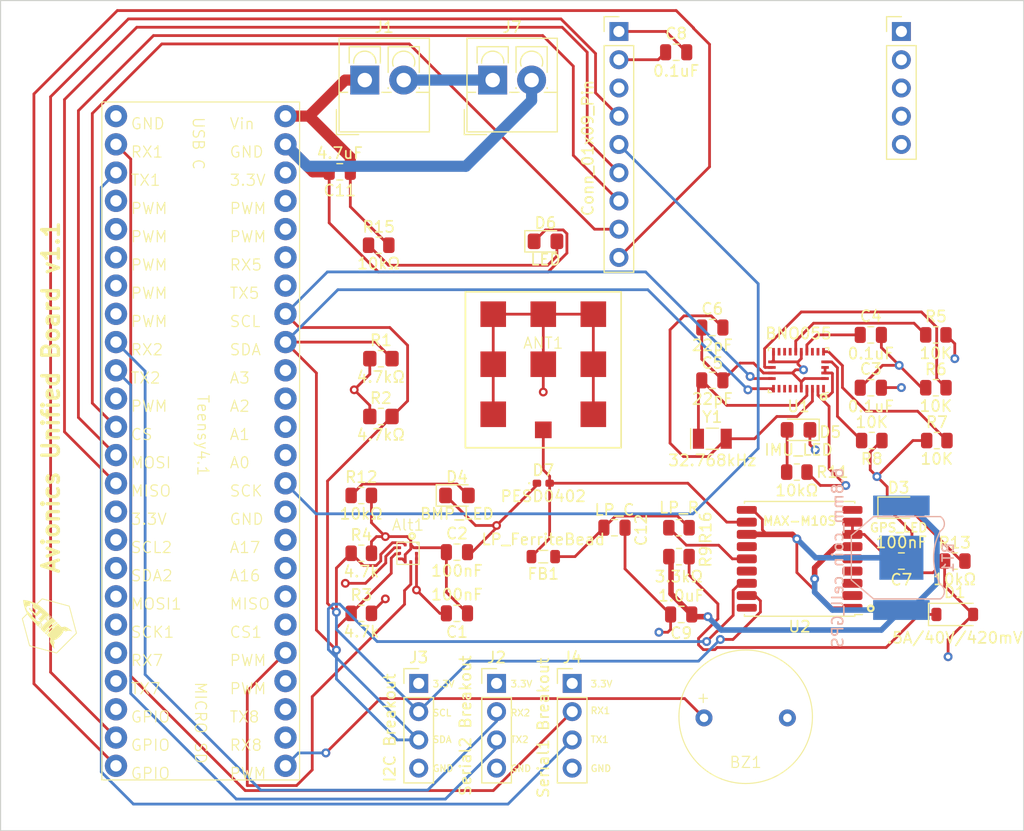
<source format=kicad_pcb>
(kicad_pcb (version 20221018) (generator pcbnew)
  (layers (0 "F.Cu" signal) (1 "In1.Cu" power "Voltage") (2 "In2.Cu" power "Ground") (31 "B.Cu" signal) (34 "B.Paste" user) (35 "F.Paste" user) (36 "B.SilkS" user "B.Silkscreen") (37 "F.SilkS" user "F.Silkscreen") (38 "B.Mask" user) (39 "F.Mask" user) (44 "Edge.Cuts" user))
  (net 0 "")
  (net 1 "/3.3V")
  (net 2 "/SCL")
  (net 3 "Net-(ANT1-RF_IN)")
  (net 4 "GND")
  (net 5 "/BACKUP")
  (net 6 "Net-(BZ1--)")
  (net 7 "Net-(U1-CAP)")
  (net 8 "Net-(U1-XOUT32)")
  (net 9 "Net-(U1-XIN32)")
  (net 10 "Net-(J1-Pin_2)")
  (net 11 "Net-(D1-K)")
  (net 12 "Net-(D3-A)")
  (net 13 "Net-(D4-A)")
  (net 14 "Net-(D5-A)")
  (net 15 "Net-(D6-K)")
  (net 16 "Net-(D6-A)")
  (net 17 "Net-(J1-Pin_1)")
  (net 18 "/Breakout_RX2")
  (net 19 "/Breakout_TX2")
  (net 20 "/SDA")
  (net 21 "/Breakout_RX1")
  (net 22 "/Breakout_TX1")
  (net 23 "Net-(U1-~{RESET})")
  (net 24 "Net-(U1-COM3)")
  (net 25 "Net-(U1-PS0)")
  (net 26 "Net-(U1-PS1)")
  (net 44 "/Radio_INT")
  (net 45 "/Radio_RST")
  (net 49 "/BMP_INT")
  (net 80 "Net-(C12-Pad1)")
  (net 83 "Net-(U2-VCC_RF)")
  (net 86 "/Radio_SCK")
  (net 87 "/Radio_MISO")
  (net 88 "/Radio_MOSI")
  (net 89 "/Radio_CS")
  (footprint "Connector_PinHeader_2.54mm:PinHeader_1x04_P2.54mm_Vertical" (layer "F.Cu") (at 107.6 96)
    (fp_text reference "J3")
    (fp_text value "I2C Breakout")
  )
  (footprint "Resistor_SMD:R_0805_2012Metric" (layer "F.Cu") (at 104 56.6)
    (fp_text reference "R15")
    (fp_text value "10kΩ")
  )
  (footprint "Capacitor_SMD:C_0805_2012Metric" (layer "F.Cu") (at 151 85 180)
    (fp_text reference "C7")
    (fp_text value "100nF")
  )
  (footprint "PatchAntenna:SGGP.12.A" (layer "F.Cu") (at 119.308 65.724)
    (fp_text reference "ANT1")
    (fp_text value "~")
  )
  (footprint "Capacitor_SMD:C_0805_2012Metric" (layer "F.Cu") (at 125.2 82)
    (fp_text reference "C12")
    (fp_text value "LP_C")
  )
  (footprint "LED_SMD:LED_0805_2012Metric_Pad1.15x1.40mm_HandSolder" (layer "F.Cu") (at 141.75 73.2 180)
    (fp_text reference "D5")
    (fp_text value "IMU_LED")
  )
  (footprint "Capacitor_SMD:C_0805_2012Metric" (layer "F.Cu") (at 100.5 50 180)
    (fp_text reference "C11")
    (fp_text value "4.7uF")
  )
  (footprint "TerminalBlock_4Ucon:TerminalBlock_4Ucon_1x02_P3.50mm_Vertical" (layer "F.Cu") (at 102.75 41.75)
    (fp_text reference "J1")
    (fp_text value "Screw_Terminal_01x02" hide)
  )
  (footprint "Resistor_SMD:R_0805_2012Metric" (layer "F.Cu") (at 102.4375 84.3)
    (fp_text reference "R4")
    (fp_text value "4.7k")
  )
  (footprint "Resistor_SMD:R_0805_2012Metric" (layer "F.Cu") (at 131 82)
    (fp_text reference "R16")
    (fp_text value "LP_R")
  )
  (footprint "Avionics:BMP390" (layer "F.Cu") (at 106.6375 84.3)
    (fp_text reference "Alt1")
    (fp_text value "~")
  )
  (footprint "Capacitor_SMD:C_0805_2012Metric" (layer "F.Cu") (at 134 68.75)
    (fp_text reference "C5")
    (fp_text value "22pF")
  )
  (footprint "Resistor_SMD:R_0805_2012Metric" (layer "F.Cu") (at 102.4375 89.7)
    (fp_text reference "R3")
    (fp_text value "4.7k")
  )
  (footprint "MountingHole:MountingHole_2.7mm_M2.5" (layer "F.Cu") (at 158 38.75)
    (fp_text reference "H1" hide)
    (fp_text value "MountingHole" hide)
  )
  (footprint "LED_SMD:LED_0805_2012Metric_Pad1.15x1.40mm_HandSolder" (layer "F.Cu") (at 111.0375 79.1)
    (fp_text reference "D4")
    (fp_text value "BMP_LED")
  )
  (footprint "TerminalBlock_4Ucon:TerminalBlock_4Ucon_1x02_P3.50mm_Vertical" (layer "F.Cu") (at 114.25 41.75)
    (fp_text reference "J7")
    (fp_text value "Screw_Terminal_01x02" hide)
  )
  (footprint "LED_SMD:LED_0805_2012Metric_Pad1.15x1.40mm_HandSolder" (layer "F.Cu") (at 150.75 80.2)
    (fp_text reference "D3")
    (fp_text value "GPS_LED")
  )
  (footprint "Connector_PinHeader_2.54mm:PinHeader_1x04_P2.54mm_Vertical" (layer "F.Cu") (at 114.6 96)
    (fp_text reference "J2")
    (fp_text value "Serial2 Breakout")
  )
  (footprint "Package_LGA:LGA-28_5.2x3.8mm_P0.5mm" (layer "F.Cu") (at 141.75 67.8375 180)
    (fp_text reference "U1")
    (fp_text value "BNO055")
  )
  (footprint "Capacitor_SMD:C_0805_2012Metric" (layer "F.Cu") (at 111.0375 84.2)
    (fp_text reference "C2")
    (fp_text value "100nF")
  )
  (footprint "Resistor_SMD:R_0805_2012Metric" (layer "F.Cu") (at 141.6 77)
    (fp_text reference "R11")
    (fp_text value "10kΩ")
  )
  (footprint "Resistor_SMD:R_0805_2012Metric" (layer "F.Cu") (at 154.1875 74.1625)
    (fp_text reference "R7")
    (fp_text value "10K")
  )
  (footprint "Resistor_SMD:R_0805_2012Metric" (layer "F.Cu") (at 102.4375 79.1)
    (fp_text reference "R12")
    (fp_text value "10kΩ")
  )
  (footprint "Crystal:Crystal_SMD_MicroCrystal_CC7V-T1A-2Pin_3.2x1.5mm" (layer "F.Cu") (at 134 74)
    (fp_text reference "Y1")
    (fp_text value "32.768kHz")
  )
  (footprint "RF_GPS:ublox_MAX" (layer "F.Cu") (at 141.85 84.8 180)
    (fp_text reference "U2")
    (fp_text value "MAX-M10S")
  )
  (footprint "Connector_PinHeader_2.54mm:PinHeader_1x04_P2.54mm_Vertical" (layer "F.Cu") (at 121.4 96)
    (fp_text reference "J4")
    (fp_text value "Serial1 Breakout")
  )
  (footprint "Resistor_SMD:R_0805_2012Metric" (layer "F.Cu") (at 154.1 69.4125)
    (fp_text reference "R6")
    (fp_text value "10K")
  )
  (footprint "Inductor_SMD:L_0805_2012Metric" (layer "F.Cu") (at 118.8 84.6 180)
    (fp_text reference "FB1")
    (fp_text value "LP_FerriteBead")
  )
  (footprint "Connector_PinHeader_2.54mm:PinHeader_1x05_P2.54mm_Vertical" (layer "F.Cu") (at 151 37.38)
    (fp_text reference "J5" hide)
    (fp_text value "Conn_01x05_Pin" hide)
  )
  (footprint "Connector_PinHeader_2.54mm:PinHeader_1x09_P2.54mm_Vertical" (layer "F.Cu") (at 125.6 37.38)
    (fp_text reference "J6" hide)
    (fp_text value "Conn_01x09_Pin")
  )
  (footprint "MountingHole:MountingHole_2.7mm_M2.5" (layer "F.Cu") (at 74 105.25)
    (fp_text reference "H3" hide)
    (fp_text value "MountingHole" hide)
  )
  (footprint "Diode_SMD:D_SOD-123" (layer "F.Cu") (at 155.8 89.8)
    (fp_text reference "D1")
    (fp_text value ".5A/40V/420mV")
  )
  (footprint "LOGO" (layer "F.Cu") (at 74.4 90.85 90)
    (fp_text reference "G***" hide)
    (fp_text value "LOGO" hide)
  )
  (footprint "Capacitor_SMD:C_0805_2012Metric" (layer "F.Cu") (at 111.0375 89.7 180)
    (fp_text reference "C1")
    (fp_text value "100nF")
  )
  (footprint "Resistor_SMD:R_0805_2012Metric_Pad1.20x1.40mm_HandSolder" (layer "F.Cu") (at 104.2 66.8)
    (fp_text reference "R1")
    (fp_text value "4.7kΩ")
  )
  (footprint "Resistor_SMD:R_0805_2012Metric" (layer "F.Cu") (at 154.1 64.6625)
    (fp_text reference "R5")
    (fp_text value "10K")
  )
  (footprint "LED_SMD:LED_0805_2012Metric_Pad1.15x1.40mm_HandSolder" (layer "F.Cu") (at 119 56.25)
    (fp_text reference "D6")
    (fp_text value "LED")
  )
  (footprint "Resistor_SMD:R_0805_2012Metric" (layer "F.Cu") (at 131 84.6 180)
    (fp_text reference "R9")
    (fp_text value "3.3kΩ")
  )
  (footprint "Capacitor_SMD:C_0805_2012Metric" (layer "F.Cu") (at 134 64)
    (fp_text reference "C6")
    (fp_text value "22pF")
  )
  (footprint "Capacitor_SMD:C_0805_2012Metric" (layer "F.Cu") (at 131.2 89.8 180)
    (fp_text reference "C9")
    (fp_text value "1.0uF")
  )
  (footprint "MountingHole:MountingHole_2.7mm_M2.5" (layer "F.Cu") (at 74 38.75)
    (fp_text reference "H2" hide)
    (fp_text value "MountingHole" hide)
  )
  (footprint "Capacitor_SMD:C_0805_2012Metric" (layer "F.Cu") (at 148.25 69.4125)
    (fp_text reference "C3")
    (fp_text value "0.1uF")
  )
  (footprint "Avionics:Adafruit_5V_Buzzer" (layer "F.Cu") (at 137 103.6)
    (fp_text reference "BZ1")
    (fp_text value "Buzzer")
  )
  (footprint "Capacitor_SMD:C_0805_2012Metric" (layer "F.Cu") (at 130.75 39.25)
    (fp_text reference "C8")
    (fp_text value "0.1uF")
  )
  (footprint "MountingHole:MountingHole_2.7mm_M2.5" (layer "F.Cu") (at 158 105.25)
    (fp_text reference "H4" hide)
    (fp_text value "MountingHole" hide)
  )
  (footprint "Capacitor_SMD:C_0805_2012Metric" (layer "F.Cu") (at 148.25 64.6625)
    (fp_text reference "C4")
    (fp_text value "0.1uF")
  )
  (footprint "Resistor_SMD:R_0805_2012Metric" (layer "F.Cu") (at 148.3375 74.1625 180)
    (fp_text reference "R8")
    (fp_text value "10K")
  )
  (footprint "Breakout Boards:Teensy_4.1" (layer "F.Cu") (at 88 74.2)
    (fp_text reference "Teensy4.1")
    (fp_text value "~")
  )
  (footprint "Diode_SMD:D_0402_1005Metric_Pad0.77x0.64mm_HandSolder" (layer "F.Cu") (at 118.8 78)
    (fp_text reference "D7")
    (fp_text value "PESD0402")
  )
  (footprint "Resistor_SMD:R_0805_2012Metric" (layer "F.Cu") (at 155.8 85)
    (fp_text reference "R13")
    (fp_text value "10kΩ")
  )
  (footprint "Resistor_SMD:R_0805_2012Metric_Pad1.20x1.40mm_HandSolder" (layer "F.Cu") (at 104.2 72)
    (fp_text reference "R2")
    (fp_text value "4.7kΩ")
  )
  (footprint "Battery:BatteryHolder_Keystone_2998_1x6.8mm" (layer "B.Cu") (at 151 84.7 90)
    (fp_text reference "BT1")
    (fp_text value "6.8mm_coin_cell_GPS")
  )
  (gr_circle (center 144 70.25) (end 144.25 70.25) (stroke (width 0.2)) (fill none) (layer "F.SilkS"))
  (gr_circle (center 148.25 89.25) (end 148.5 89.25) (stroke (width 0.2)) (fill none) (layer "F.SilkS"))
  (gr_circle (center 107 82.75) (end 107.25 82.75) (stroke (width 0.2)) (fill none) (layer "F.SilkS"))
  (gr_rect (start 70 34.6) (end 162 109.25) (stroke (width 0.1)) (fill none) (layer "Edge.Cuts"))
  (gr_text "RX2" (at 115.8 99) (layer "F.SilkS") (effects (font (size 0.6 0.6) (thickness 0.1) bold) (justify left bottom)))
  (gr_text "GND\n" (at 123 104) (layer "F.SilkS") (effects (font (size 0.6 0.6) (thickness 0.1) bold) (justify left bottom)))
  (gr_text "3.3V" (at 108.8 96.4) (layer "F.SilkS") (effects (font (size 0.6 0.6) (thickness 0.1) bold) (justify left bottom)))
  (gr_text "3.3V" (at 123 96.4) (layer "F.SilkS") (effects (font (size 0.6 0.6) (thickness 0.1) bold) (justify left bottom)))
  (gr_text "TX1\n" (at 123 101.4) (layer "F.SilkS") (effects (font (size 0.6 0.6) (thickness 0.1) bold) (justify left bottom)))
  (gr_text "Avionics Unified Board v1.1" (at 75.4 86.25 90) (layer "F.SilkS") (effects (font (size 1.5 1.5) (thickness 0.3) bold) (justify left bottom)))
  (gr_text "TX2\n" (at 115.8 101.4) (layer "F.SilkS") (effects (font (size 0.6 0.6) (thickness 0.1) bold) (justify left bottom)))
  (gr_text "GND\n" (at 115.8 104) (layer "F.SilkS") (effects (font (size 0.6 0.6) (thickness 0.1) bold) (justify left bottom)))
  (gr_text "RX1" (at 123 98.8) (layer "F.SilkS") (effects (font (size 0.6 0.6) (thickness 0.1) bold) (justify left bottom)))
  (gr_text "GND\n" (at 108.8 104) (layer "F.SilkS") (effects (font (size 0.6 0.6) (thickness 0.1) bold) (justify left bottom)))
  (gr_text "SCL" (at 108.8 99) (layer "F.SilkS") (effects (font (size 0.6 0.6) (thickness 0.1) bold) (justify left bottom)))
  (gr_text "3.3V" (at 115.8 96.4) (layer "F.SilkS") (effects (font (size 0.6 0.6) (thickness 0.1) bold) (justify left bottom)))
  (gr_text "SDA\n" (at 108.8 101.4) (layer "F.SilkS") (effects (font (size 0.6 0.6) (thickness 0.1) bold) (justify left bottom)))
  (segment (start 103.8 82.8) (end 103.35 83.25) (width 0.25) (layer "F.Cu") (net 1))
  (segment (start 146.6 81.5) (end 146.6 82.6) (width 0.25) (layer "F.Cu") (net 1))
  (segment (start 154.8875 85) (end 153.8375 86.05) (width 0.25) (layer "F.Cu") (net 1))
  (segment (start 106.8875 83.9125) (end 106.8875 83.5375) (width 0.25) (layer "F.Cu") (net 1))
  (segment (start 146 78.2) (end 144.5 76.7) (width 0.25) (layer "F.Cu") (net 1))
  (segment (start 154.8875 87.2375) (end 157.45 89.8) (width 0.25) (layer "F.Cu") (net 1))
  (segment (start 106.5625 82.8) (end 106.8875 83.125) (width 0.25) (layer "F.Cu") (net 1))
  (segment (start 144.752 68.0875) (end 144.1375 68.0875) (width 0.25) (layer "F.Cu") (net 1))
  (segment (start 143.575 70.1625) (end 144.452 70.1625) (width 0.25) (layer "F.Cu") (net 1))
  (segment (start 107.4 83.8) (end 109.6875 83.8) (width 0.25) (layer "F.Cu") (net 1))
  (segment (start 110.0875 84.2) (end 110.0875 87.8) (width 0.25) (layer "F.Cu") (net 1))
  (segment (start 104.6 82.8) (end 103.8 82.8) (width 0.25) (layer "F.Cu") (net 1))
  (segment (start 103.35 81.55) (end 103.35 79.1) (width 0.25) (layer "F.Cu") (net 1))
  (segment (start 109.6875 83.8) (end 110.0875 84.2) (width 0.25) (layer "F.Cu") (net 1))
  (segment (start 146.6 81.5) (end 147.107107 81.5) (width 0.25) (layer "F.Cu") (net 1))
  (segment (start 106.3875 85.0625) (end 106.3875 84.4125) (width 0.25) (layer "F.Cu") (net 1))
  (segment (start 144.8 68.1355) (end 144.752 68.0875) (width 0.25) (layer "F.Cu") (net 1))
  (segment (start 146.6 81.5) (end 146.092893 81.5) (width 0.25) (layer "F.Cu") (net 1))
  (segment (start 144.8 69.8145) (end 144.8 68.1355) (width 0.25) (layer "F.Cu") (net 1))
  (segment (start 131.7 39.25) (end 129.83 37.38) (width 0.25) (layer "F.Cu") (net 1))
  (segment (start 154.8875 85) (end 154.8875 87.2375) (width 0.25) (layer "F.Cu") (net 1))
  (segment (start 144.5 76.7) (end 144.5 71.0875) (width 0.25) (layer "F.Cu") (net 1))
  (segment (start 103.2 71) (end 101.8 69.6) (width 0.25) (layer "F.Cu") (net 1))
  (segment (start 151 69.4) (end 149.2125 69.4) (width 0.25) (layer "F.Cu") (net 1))
  (segment (start 103.35 83.25) (end 103.35 84.3) (width 0.25) (layer "F.Cu") (net 1))
  (segment (start 106.125 84.8) (end 106.3875 85.0625) (width 0.25) (layer "F.Cu") (net 1))
  (segment (start 153.8375 86.05) (end 151.1 86.05) (width 0.25) (layer "F.Cu") (net 1))
  (segment (start 155.8 66.8) (end 155.8 65.45) (width 0.25) (layer "F.Cu") (net 1))
  (segment (start 144.1375 67.5875) (end 144.1375 68.0875) (width 0.25) (layer "F.Cu") (net 1))
  (segment (start 143.7125 78.2) (end 146 78.2) (width 0.25) (layer "F.Cu") (net 1))
  (segment (start 144.5 71.0875) (end 143.575 70.1625) (width 0.25) (layer "F.Cu") (net 1))
  (segment (start 144.452 70.1625) (end 144.8 69.8145) (width 0.25) (layer "F.Cu") (net 1))
  (segment (start 143.5 69.5) (end 143.5 70.0875) (width 0.25) (layer "F.Cu") (net 1))
  (segment (start 149.2125 69.4) (end 149.2 69.4125) (width 0.25) (layer "F.Cu") (net 1))
  (segment (start 103.2 72) (end 103.2 71) (width 0.25) (layer "F.Cu") (net 1))
  (segment (start 107.15 83.8) (end 106.8875 83.5375) (width 0.25) (layer "F.Cu") (net 1))
  (segment (start 106.8875 83.125) (end 106.8875 83.5375) (width 0.25) (layer "F.Cu") (net 1))
  (segment (start 150.05 85) (end 147.65 82.6) (width 0.25) (layer "F.Cu") (net 1))
  (segment (start 157.45 89.8) (end 155.2 92.05) (width 0.25) (layer "F.Cu") (net 1))
  (segment (start 103.2 66.8) (end 103.2 68.2) (width 0.25) (layer "F.Cu") (net 1))
  (segment (start 155.2 92.05) (end 155.2 93.6) (width 0.25) (layer "F.Cu") (net 1))
  (segment (start 129.83 37.38) (end 125.6 37.38) (width 0.25) (layer "F.Cu") (net 1))
  (segment (start 110.0875 87.8) (end 111.9875 89.7) (width 0.25) (layer "F.Cu") (net 1))
  (segment (start 107.4 83.8) (end 107.15 83.8) (width 0.25) (layer "F.Cu") (net 1))
  (segment (start 143.5 70.0875) (end 143.575 70.1625) (width 0.25) (layer "F.Cu") (net 1))
  (segment (start 155.8 65.45) (end 155.0125 64.6625) (width 0.25) (layer "F.Cu") (net 1))
  (segment (start 105.875 84.8) (end 106.125 84.8) (width 0.25) (layer "F.Cu") (net 1))
  (segment (start 151.1 86.05) (end 150.05 85) (width 0.25) (layer "F.Cu") (net 1))
  (segment (start 104.6 82.8) (end 106.5625 82.8) (width 0.25) (layer "F.Cu") (net 1))
  (segment (start 106.3875 84.4125) (end 106.8875 83.9125) (width 0.25) (layer "F.Cu") (net 1))
  (segment (start 103.35 89.7) (end 103.35 89.65) (width 0.25) (layer "F.Cu") (net 1))
  (segment (start 103.2 68.2) (end 101.8 69.6) (width 0.25) (layer "F.Cu") (net 1))
  (segment (start 147.65 82.6) (end 146.6 82.6) (width 0.25) (layer "F.Cu") (net 1))
  (segment (start 104.6 82.8) (end 103.35 81.55) (width 0.25) (layer "F.Cu") (net 1))
  (segment (start 103.35 89.65) (end 104.6 88.4) (width 0.25) (layer "F.Cu") (net 1))
  (segment (start 142.5125 77) (end 143.7125 78.2) (width 0.25) (layer "F.Cu") (net 1))
  (via (at 101.8 69.6) (size 0.8) (drill 0.4) (layers "F.Cu" "B.Cu") (remove_unused_layers) (zone_layer_connections "In1.Cu") (net 1))
  (via (at 146 78.2) (size 0.8) (drill 0.4) (layers "F.Cu" "B.Cu") (net 1))
  (via (at 155.2 93.6) (size 0.8) (drill 0.4) (layers "F.Cu" "B.Cu") (net 1))
  (via (at 104.6 82.8) (size 0.8) (drill 0.4) (layers "F.Cu" "B.Cu") (remove_unused_layers) (zone_layer_connections "In1.Cu") (net 1))
  (via (at 151 69.4) (size 0.8) (drill 0.4) (layers "F.Cu" "B.Cu") (net 1))
  (via (at 155.8 66.8) (size 0.8) (drill 0.4) (layers "F.Cu" "B.Cu") (net 1))
  (via (at 104.6 88.4) (size 0.8) (drill 0.4) (layers "F.Cu" "B.Cu") (remove_unused_layers) (zone_layer_connections "In1.Cu") (net 1))
  (segment (start 137.5875 68.5875) (end 137.4 68.4) (width 0.25) (layer "F.Cu") (net 2))
  (segment (start 99.4 77.8) (end 105.2 72) (width 0.25) (layer "F.Cu") (net 2))
  (segment (start 102.625 85.4) (end 101.525 84.3) (width 0.25) (layer "F.Cu") (net 2))
  (segment (start 105.2375 83.35) (end 104.1875 84.4) (width 0.25) (layer "F.Cu") (net 2))
  (segment (start 106.2 83.35) (end 105.2375 83.35) (width 0.25) (layer "F.Cu") (net 2))
  (segment (start 104.1875 84.988173) (end 103.775673 85.4) (width 0.25) (layer "F.Cu") (net 2))
  (segment (start 100.2 89.6) (end 100.2 85.625) (width 0.25) (layer "F.Cu") (net 2))
  (segment (start 135.861095 92.046012) (end 138.325 89.582107) (width 0.25) (layer "F.Cu") (net 2))
  (segment (start 100.2 85.625) (end 101.525 84.3) (width 0.25) (layer "F.Cu") (net 2))
  (segment (start 100.2 89.6) (end 99.4 88.8) (width 0.25) (layer "F.Cu") (net 2))
  (segment (start 104.1875 84.4) (end 104.1875 84.988173) (width 0.25) (layer "F.Cu") (net 2))
  (segment (start 139.3625 68.5875) (end 137.5875 68.5875) (width 0.25) (layer "F.Cu") (net 2))
  (segment (start 103.775673 85.4) (end 102.625 85.4) (width 0.25) (layer "F.Cu") (net 2))
  (segment (start 99.4 88.8) (end 99.4 77.8) (width 0.25) (layer "F.Cu") (net 2))
  (segment (start 105 64) (end 96.85 64) (width 0.25) (layer "F.Cu") (net 2))
  (segment (start 106.6 65.6) (end 105 64) (width 0.25) (layer "F.Cu") (net 2))
  (segment (start 106.6 70.6) (end 106.6 65.6) (width 0.25) (layer "F.Cu") (net 2))
  (segment (start 138.325 88.575) (end 137.85 88.1) (width 0.25) (layer "F.Cu") (net 2))
  (segment (start 138.325 89.582107) (end 138.325 88.575) (width 0.25) (layer "F.Cu") (net 2))
  (segment (start 134.72309 92.046012) (end 135.861095 92.046012) (width 0.25) (layer "F.Cu") (net 2))
  (segment (start 137.85 88.1) (end 137.1 88.1) (width 0.25) (layer "F.Cu") (net 2))
  (segment (start 105.2 72) (end 106.6 70.6) (width 0.25) (layer "F.Cu") (net 2))
  (segment (start 106.3875 83.5375) (end 106.2 83.35) (width 0.25) (layer "F.Cu") (net 2))
  (segment (start 96.85 64) (end 95.62 62.77) (width 0.25) (layer "F.Cu") (net 2))
  (via (at 134.72309 92.046012) (size 0.8) (drill 0.4) (layers "F.Cu" "B.Cu") (net 2))
  (via (at 100.2 89.6) (size 0.8) (drill 0.4) (layers "F.Cu" "B.Cu") (net 2))
  (via (at 137.4 68.4) (size 0.8) (drill 0.4) (layers "F.Cu" "B.Cu") (net 2))
  (segment (start 100.2 89.6) (end 100.2 91.14) (width 0.25) (layer "B.Cu") (net 2))
  (segment (start 95.62 62.77) (end 99.39 59) (width 0.25) (layer "B.Cu") (net 2))
  (segment (start 132.75 94) (end 133.75 93) (width 0.25) (layer "B.Cu") (net 2))
  (segment (start 134.703988 92.046012) (end 134.72309 92.046012) (width 0.25) (layer "B.Cu") (net 2))
  (segment (start 128 59) (end 99.39 59) (width 0.25) (layer "B.Cu") (net 2))
  (segment (start 112.14 94) (end 132.75 94) (width 0.25) (layer "B.Cu") (net 2))
  (segment (start 137.4 68.4) (end 128 59) (width 0.25) (layer "B.Cu") (net 2))
  (segment (start 100.2 91.14) (end 107.6 98.54) (width 0.25) (layer "B.Cu") (net 2))
  (segment (start 133.75 93) (end 134.703988 92.046012) (width 0.25) (layer "B.Cu") (net 2))
  (segment (start 107.6 98.54) (end 112.14 94) (width 0.25) (layer "B.Cu") (net 2))
  (segment (start 119.3725 78) (end 119.3725 82.965) (width 0.25) (layer "F.Cu") (net 3))
  (segment (start 135.3 81.5) (end 137.1 81.5) (width 0.25) (layer "F.Cu") (net 3))
  (segment (start 131.8 78) (end 135.3 81.5) (width 0.25) (layer "F.Cu") (net 3))
  (segment (start 118.8 76.8) (end 119.3725 77.3725) (width 0.25) (layer "F.Cu") (net 3))
  (segment (start 118.8 73.2) (end 118.8 76.8) (width 0.25) (layer "F.Cu") (net 3))
  (segment (start 119.3725 82.965) (end 117.7375 84.6) (width 0.25) (layer "F.Cu") (net 3))
  (segment (start 119.3725 77.3725) (end 119.3725 78) (width 0.25) (layer "F.Cu") (net 3))
  (segment (start 119.3725 78) (end 131.8 78) (width 0.25) (layer "F.Cu") (net 3))
  (segment (start 138.5 82.2) (end 138.5 81.257538) (width 0.25) (layer "F.Cu") (net 4))
  (segment (start 118.2275 78) (end 118.2275 78.1725) (width 0.25) (layer "F.Cu") (net 4))
  (segment (start 153.275 74.1625) (end 152.0375 74.1625) (width 0.25) (layer "F.Cu") (net 4))
  (segment (start 107.4 84.8) (end 107.4 87.6) (width 0.25) (layer "F.Cu") (net 4))
  (segment (start 126.15 82) (end 126.15 85.7) (width 0.25) (layer "F.Cu") (net 4))
  (segment (start 142 69.5) (end 142 68.8855) (width 0.25) (layer "F.Cu") (net 4))
  (segment (start 142 68.8855) (end 141.202 68.0875) (width 0.25) (layer "F.Cu") (net 4))
  (segment (start 149.25 74.1625) (end 149.2375 74.1625) (width 0.25) (layer "F.Cu") (net 4))
  (segment (start 123.3 71.8) (end 123.3 67.3) (width 0.25) (layer "F.Cu") (net 4))
  (segment (start 142 66.7895) (end 141.702 67.0875) (width 0.25) (layer "F.Cu") (net 4))
  (segment (start 139.3625 68.0875) (end 138.600305 68.0875) (width 0.25) (layer "F.Cu") (net 4))
  (segment (start 114.3 67.3) (end 114.3 62.8) (width 0.25) (layer "F.Cu") (net 4))
  (segment (start 118.8 67.3) (end 118.8 69.8) (width 0.25) (layer "F.Cu") (net 4))
  (segment (start 147.3 69.4125) (end 149.3125 67.4) (width 0.25) (layer "F.Cu") (net 4))
  (segment (start 141.4895 67.8) (end 141.202 68.0875) (width 0.25) (layer "F.Cu") (net 4))
  (segment (start 105.423896 83.8) (end 105.875 83.8) (width 0.25) (layer "F.Cu") (net 4))
  (segment (start 152.0375 74.1625) (end 148.8 77.4) (width 0.25) (layer "F.Cu") (net 4))
  (segment (start 149.725 80.2) (end 149.725 78.325) (width 0.25) (layer "F.Cu") (net 4))
  (segment (start 146.6 89.2) (end 144.774695 89.2) (width 0.25) (layer "F.Cu") (net 4))
  (segment (start 141.702 67.302) (end 142.2 67.8) (width 0.25) (layer "F.Cu") (net 4))
  (segment (start 114.6 81.8) (end 112.7125 81.8) (width 0.25) (layer "F.Cu") (net 4))
  (segment (start 126.15 85.7) (end 130.25 89.8) (width 0.25) (layer "F.Cu") (net 4))
  (segment (start 130.25 91.15) (end 130.25 89.8) (width 0.25) (layer "F.Cu") (net 4))
  (segment (start 101 87) (end 102.812069 87) (width 0.25) (layer "F.Cu") (net 4))
  (segment (start 149.2 64.6625) (end 149.2 65.8) (width 0.25) (layer "F.Cu") (net 4))
  (segment (start 144.774695 89.2) (end 141.6 86.025305) (width 0.25) (layer "F.Cu") (net 4))
  (segment (start 149.2 65.8) (end 150.8 67.4) (width 0.25) (layer "F.Cu") (net 4))
  (segment (start 138.5 81.257538) (end 137.642462 80.4) (width 0.25) (layer "F.Cu") (net 4))
  (segment (start 114.8 82) (end 114.6 81.8) (width 0.25) (layer "F.Cu") (net 4))
  (segment (start 129.2 91.4) (end 130 91.4) (width 0.25) (layer "F.Cu") (net 4))
  (segment (start 149.725 78.325) (end 148.8 77.4) (width 0.25) (layer "F.Cu") (net 4))
  (segment (start 141.2 82.6) (end 137.1 82.6) (width 0.5) (layer "F.Cu") (net 4))
  (segment (start 151.95 85) (end 151.95 82.425) (width 0.25) (layer "F.Cu") (net 4))
  (segment (start 107.4 84.3) (end 107.4 84.8) (width 0.25) (layer "F.Cu") (net 4))
  (segment (start 102.812069 87) (end 104.6375 85.174569) (width 0.25) (layer "F.Cu") (net 4))
  (segment (start 142.298 68.5875) (end 144.1375 68.5875) (width 0.25) (layer "F.Cu") (net 4))
  (segment (start 129.8 39.25) (end 129.13 39.92) (width 0.25) (layer "F.Cu") (net 4))
  (segment (start 118.8 62.8) (end 118.8 67.3) (width 0.25) (layer "F.Cu") (net 4))
  (segment (start 141.6 86.025305) (end 141.6 83) (width 0.25) (layer "F.Cu") (net 4))
  (segment (start 142.2 67.8) (end 141.4895 67.8) (width 0.25) (layer "F.Cu") (net 4))
  (segment (start 104.6375 84.586396) (end 105.423896 83.8) (width 0.25) (layer "F.Cu") (net 4))
  (segment (start 142 68.8855) (end 142.298 68.5875) (width 0.25) (layer "F.Cu") (net 4))
  (segment (start 138.9 82.6) (end 138.5 82.2) (width 0.25) (layer "F.Cu") (net 4))
  (segment (start 141.702 67.0875) (end 141.702 67.302) (width 0.25) (layer "F.Cu") (net 4))
  (segment (start 118.2275 78.1725) (end 114.6 81.8) (width 0.25) (layer "F.Cu") (net 4))
  (segment (start 114.3 62.8) (end 118.8 62.8) (width 0.25) (layer "F.Cu") (net 4))
  (segment (start 129.13 39.92) (end 125.6 39.92) (width 0.25) (layer "F.Cu") (net 4))
  (segment (start 118.8 62.8) (end 123.3 62.8) (width 0.25) (layer "F.Cu") (net 4))
  (segment (start 138.600305 68.0875) (end 137.712805 67.2) (width 0.25) (layer "F.Cu") (net 4))
  (segment (start 133.05 66.85) (end 133.05 64) (width 0.25) (layer "F.Cu") (net 4))
  (segment (start 142.775 74.525) (end 143.25 75) (width 0.25) (layer "F.Cu") (net 4))
  (segment (start 139.5 66.95) (end 139.3625 67.0875) (width 0.25) (layer "F.Cu") (net 4))
  (segment (start 134.95 68.75) (end 133.05 66.85) (width 0.25) (layer "F.Cu") (net 4))
  (segment (start 114.6 82) (end 114.6 81.8) (width 0.25) (layer "F.Cu") (net 4))
  (segment (start 114.3 71.8) (end 114.3 67.3) (width 0.25) (layer "F.Cu") (net 4))
  (segment (start 142.775 73.2) (end 142.775 74.525) (width 0.25) (layer "F.Cu") (net 4))
  (segment (start 136.5 67.2) (end 134.95 68.75) (width 0.25) (layer "F.Cu") (net 4))
  (segment (start 110.0875 89.7) (end 109.5 89.7) (width 0.25) (layer "F.Cu") (net 4))
  (segment (start 109.5 89.7) (end 107.4 87.6) (width 0.25) (layer "F.Cu") (net 4))
  (segment (start 148.2 75.2) (end 148.2 76.8) (width 0.25) (layer "F.Cu") (net 4))
  (segment (start 153.1875 69.4125) (end 152.8125 69.4125) (width 0.25) (layer "F.Cu") (net 4))
  (segment (start 111.9875 84.2) (end 112.4 84.2) (width 0.25) (layer "F.Cu") (net 4))
  (segment (start 130 91.4) (end 130.25 91.15) (width 0.25) (layer "F.Cu") (net 4))
  (segment (start 141.202 68.0875) (end 139.3625 68.0875) (width 0.25) (layer "F.Cu") (net 4))
  (segment (start 151.95 82.425) (end 149.725 80.2) (width 0.25) (layer "F.Cu") (net 4))
  (segment (start 142 66.175) (end 142 66.7895) (width 0.25) (layer "F.Cu") (net 4))
  (segment (start 112.7125 81.8) (end 110.0125 79.1) (width 0.25) (layer "F.Cu") (net 4))
  (segment (start 149.2375 74.1625) (end 148.2 75.2) (width 0.25) (layer "F.Cu") (net 4))
  (segment (start 141.6 83) (end 141.2 82.6) (width 0.5) (layer "F.Cu") (net 4))
  (segment (start 149.3125 67.4) (end 150.8 67.4) (width 0.25) (layer "F.Cu") (net 4))
  (segment (start 137.642462 80.4) (end 137.1 80.4) (width 0.25) (layer "F.Cu") (net 4))
  (segment (start 123.3 67.3) (end 123.3 62.8) (width 0.25) (layer "F.Cu") (net 4))
  (segment (start 112.4 84.2) (end 114.6 82) (width 0.25) (layer "F.Cu") (net 4))
  (segment (start 104.6375 85.174569) (end 104.6375 84.586396) (width 0.25) (layer "F.Cu") (net 4))
  (segment (start 152.8125 69.4125) (end 150.8 67.4) (width 0.25) (layer "F.Cu") (net 4))
  (segment (start 137.712805 67.2) (end 136.5 67.2) (width 0.25) (layer "F.Cu") (net 4))
  (segment (start 141.702 67.0875) (end 139.3625 67.0875) (width 0.25) (layer "F.Cu") (net 4))
  (segment (start 148.2 76.8) (end 148.8 77.4) (width 0.25) (layer "F.Cu") (net 4))
  (segment (start 139.5 66.175) (end 139.5 66.95) (width 0.25) (layer "F.Cu") (net 4))
  (via (at 118.8 69.8) (size 0.8) (drill 0.4) (layers "F.Cu" "B.Cu") (remove_unused_layers) (zone_layer_connections "In2.Cu") (net 4))
  (via (at 141.6 83) (size 0.8) (drill 0.4) (layers "F.Cu" "B.Cu") (net 4))
  (via (at 142.2 67.8) (size 0.8) (drill 0.4) (layers "F.Cu" "B.Cu") (net 4))
  (via (at 150.8 67.4) (size 0.8) (drill 0.4) (layers "F.Cu" "B.Cu") (net 4))
  (via (at 143.25 75) (size 0.8) (drill 0.4) (layers "F.Cu" "B.Cu") (net 4))
  (via (at 107.4 87.6) (size 0.8) (drill 0.4) (layers "F.Cu" "B.Cu") (remove_unused_layers) (zone_layer_connections "In2.Cu") (net 4))
  (via (at 148.8 77.4) (size 0.8) (drill 0.4) (layers "F.Cu" "B.Cu") (net 4))
  (via (at 129.2 91.4) (size 0.8) (drill 0.4) (layers "F.Cu" "B.Cu") (net 4))
  (via (at 114.6 81.8) (size 0.8) (drill 0.4) (layers "F.Cu" "B.Cu") (remove_unused_layers) (zone_layer_connections "In2.Cu") (net 4))
  (via (at 101 87) (size 0.8) (drill 0.4) (layers "F.Cu" "B.Cu") (remove_unused_layers) (zone_layer_connections "In2.Cu") (net 4))
  (segment (start 150.2 84.7) (end 143.3 84.7) (width 0.5) (layer "B.Cu") (net 4))
  (segment (start 143.3 84.7) (end 141.6 83) (width 0.5) (layer "B.Cu") (net 4))
  (segment (start 132.15 89.8) (end 130.2875 87.9375) (width 0.5) (layer "F.Cu") (net 5))
  (segment (start 130.2875 87.9375) (end 130.2875 84.8) (width 0.5) (layer "F.Cu") (net 5))
  (segment (start 143.2 86.6) (end 143.2 85.6) (width 0.5) (layer "F.Cu") (net 5))
  (segment (start 145.1 83.7) (end 146.6 83.7) (width 0.5) (layer "F.Cu") (net 5))
  (segment (start 132.35 90) (end 132.15 89.8) (width 0.25) (layer "F.Cu") (net 5))
  (segment (start 130.2875 84.8) (end 130.0875 84.6) (width 0.25) (layer "F.Cu") (net 5))
  (segment (start 133.6 90) (end 132.35 90) (width 0.5) (layer "F.Cu") (net 5))
  (segment (start 143.2 85.6) (end 145.1 83.7) (width 0.5) (layer "F.Cu") (net 5))
  (via (at 143.2 86.6) (size 0.8) (drill 0.4) (layers "F.Cu" "B.Cu") (net 5))
  (via (at 133.6 90) (size 0.8) (drill 0.4) (layers "F.Cu" "B.Cu") (net 5))
  (segment (start 144.8 89.4) (end 151 89.4) (width 0.5) (layer "B.Cu") (net 5))
  (segment (start 149.2 91.2) (end 151 89.4) (width 0.5) (layer "B.Cu") (net 5))
  (segment (start 150.2 89.4) (end 149.8 89.8) (width 0.5) (layer "B.Cu") (net 5))
  (segment (start 151.8 80) (end 151 80) (width 0.5) (layer "B.Cu") (net 5))
  (segment (start 143.2 87.8) (end 143.2 86.6) (width 0.5) (layer "B.Cu") (net 5))
  (segment (start 151.8 89.4) (end 154.2 87) (width 0.5) (layer "B.Cu") (net 5))
  (segment (start 151 89.4) (end 151.8 89.4) (width 0.5) (layer "B.Cu") (net 5))
  (segment (start 134.8 91.2) (end 149.2 91.2) (width 0.5) (layer "B.Cu") (net 5))
  (segment (start 133.6 90) (end 134.8 91.2) (width 0.5) (layer "B.Cu") (net 5))
  (segment (start 154.2 82.4) (end 151.8 80) (width 0.5) (layer "B.Cu") (net 5))
  (segment (start 143.2 87.8) (end 144.8 89.4) (width 0.5) (layer "B.Cu") (net 5))
  (segment (start 154.2 87) (end 154.2 82.4) (width 0.5) (layer "B.Cu") (net 5))
  (segment (start 131.515 97.365) (end 104.135 97.365) (width 0.25) (layer "F.Cu") (net 6))
  (segment (start 104.135 97.365) (end 99.25 102.25) (width 0.25) (layer "F.Cu") (net 6))
  (segment (start 133.25 99.1) (end 131.515 97.365) (width 0.25) (layer "F.Cu") (net 6))
  (via (at 99.25 102.25) (size 0.8) (drill 0.4) (layers "F.Cu" "B.Cu") (net 6))
  (segment (start 96.78 102.25) (end 95.62 103.41) (width 0.25) (layer "B.Cu") (net 6))
  (segment (start 99.25 102.25) (end 96.78 102.25) (width 0.25) (layer "B.Cu") (net 6))
  (segment (start 147.3 64.6625) (end 143.398 64.6625) (width 0.25) (layer "F.Cu") (net 7))
  (segment (start 142.5 65.5605) (end 142.5 66.175) (width 0.25) (layer "F.Cu") (net 7))
  (segment (start 143.398 64.6625) (end 142.5 65.5605) (width 0.25) (layer "F.Cu") (net 7))
  (segment (start 141.6145 71) (end 142.5 70.1145) (width 0.25) (layer "F.Cu") (net 8))
  (segment (start 132.75 69.05) (end 132.75 74) (width 0.25) (layer "F.Cu") (net 8))
  (segment (start 135.3 71) (end 141.6145 71) (width 0.25) (layer "F.Cu") (net 8))
  (segment (start 142.5 70.1145) (end 142.5 69.5) (width 0.25) (layer "F.Cu") (net 8))
  (segment (start 133.05 68.75) (end 135.3 71) (width 0.25) (layer "F.Cu") (net 8))
  (segment (start 133.05 68.75) (end 132.75 69.05) (width 0.25) (layer "F.Cu") (net 8))
  (segment (start 139.8 72) (end 141.625448 72) (width 0.25) (layer "F.Cu") (net 9))
  (segment (start 143 70.625448) (end 143 69.5) (width 0.25) (layer "F.Cu") (net 9))
  (segment (start 134.95 64) (end 133.9 62.95) (width 0.25) (layer "F.Cu") (net 9))
  (segment (start 137.8 74) (end 139.8 72) (width 0.25) (layer "F.Cu") (net 9))
  (segment (start 135.25 74) (end 137.8 74) (width 0.25) (layer "F.Cu") (net 9))
  (segment (start 130.2 74.4) (end 131.4 75.6) (width 0.25) (layer "F.Cu") (net 9))
  (segment (start 131.45 62.95) (end 130.2 64.2) (width 0.25) (layer "F.Cu") (net 9))
  (segment (start 133.9 62.95) (end 131.45 62.95) (width 0.25) (layer "F.Cu") (net 9))
  (segment (start 131.4 75.6) (end 133.65 75.6) (width 0.25) (layer "F.Cu") (net 9))
  (segment (start 141.625448 72) (end 143 70.625448) (width 0.25) (layer "F.Cu") (net 9))
  (segment (start 133.65 75.6) (end 135.25 74) (width 0.25) (layer "F.Cu") (net 9))
  (segment (start 130.2 64.2) (end 130.2 74.4) (width 0.25) (layer "F.Cu") (net 9))
  (segment (start 106.25 41.75) (end 114.25 41.75) (width 1) (layer "B.Cu") (net 10))
  (segment (start 134.231096 92.962701) (end 133.187396 92.962701) (width 0.25) (layer "F.Cu") (net 11))
  (segment (start 152.6 89.8) (end 149.628988 92.771012) (width 0.25) (layer "F.Cu") (net 11))
  (segment (start 134.5 88.843503) (end 131.9125 86.256003) (width 0.25) (layer "F.Cu") (net 11))
  (segment (start 134.422785 92.771012) (end 134.231096 92.962701) (width 0.25) (layer "F.Cu") (net 11))
  (segment (start 152.6 89.8) (end 154.15 89.8) (width 0.25) (layer "F.Cu") (net 11))
  (segment (start 133.187396 92.962701) (end 132.762701 92.538006) (width 0.25) (layer "F.Cu") (net 11))
  (segment (start 132.762701 91.937396) (end 134.5 90.200097) (width 0.25) (layer "F.Cu") (net 11))
  (segment (start 131.9125 86.256003) (end 131.9125 84.8) (width 0.25) (layer "F.Cu") (net 11))
  (segment (start 149.628988 92.771012) (end 134.422785 92.771012) (width 0.25) (layer "F.Cu") (net 11))
  (segment (start 134.5 90.200097) (end 134.5 88.843503) (width 0.25) (layer "F.Cu") (net 11))
  (segment (start 131.9125 84.8) (end 132.1125 84.6) (width 0.25) (layer "F.Cu") (net 11))
  (segment (start 132.762701 92.538006) (end 132.762701 91.937396) (width 0.25) (layer "F.Cu") (net 11))
  (segment (start 151.775 80.361827) (end 156.413173 85) (width 0.25) (layer "F.Cu") (net 12))
  (segment (start 156.413173 85) (end 156.7125 85) (width 0.25) (layer "F.Cu") (net 12))
  (segment (start 151.775 80.2) (end 151.775 80.361827) (width 0.25) (layer "F.Cu") (net 12))
  (segment (start 151.6625 80.3125) (end 151.775 80.2) (width 0.25) (layer "F.Cu") (net 12))
  (segment (start 112.0625 79.1) (end 111.0375 78.075) (width 0.25) (layer "F.Cu") (net 13))
  (segment (start 102.55 78.075) (end 101.525 79.1) (width 0.25) (layer "F.Cu") (net 13))
  (segment (start 111.0375 78.075) (end 102.55 78.075) (width 0.25) (layer "F.Cu") (net 13))
  (segment (start 140.725 76.9625) (end 140.6875 77) (width 0.25) (layer "F.Cu") (net 14))
  (segment (start 140.725 73.2) (end 140.725 76.9625) (width 0.25) (layer "F.Cu") (net 14))
  (segment (start 117.975 56.25) (end 119 55.225) (width 0.25) (layer "F.Cu") (net 15))
  (segment (start 99.55 50) (end 98.09 50) (width 1) (layer "F.Cu") (net 15))
  (segment (start 98.09 50) (end 95.62 47.53) (width 1) (layer "F.Cu") (net 15))
  (segment (start 119.236396 59) (end 103.961827 59) (width 0.25) (layer "F.Cu") (net 15))
  (segment (start 120.925 55.561827) (end 120.925 57.311396) (width 0.25) (layer "F.Cu") (net 15))
  (segment (start 103.961827 59) (end 99.55 54.588173) (width 0.25) (layer "F.Cu") (net 15))
  (segment (start 120.925 57.311396) (end 119.236396 59) (width 0.25) (layer "F.Cu") (net 15))
  (segment (start 99.55 54.588173) (end 99.55 50) (width 0.25) (layer "F.Cu") (net 15))
  (segment (start 120.588173 55.225) (end 120.925 55.561827) (width 0.25) (layer "F.Cu") (net 15))
  (segment (start 119 55.225) (end 120.588173 55.225) (width 0.25) (layer "F.Cu") (net 15))
  (segment (start 117.75 43.588477) (end 117.75 41.75) (width 1) (layer "B.Cu") (net 15))
  (segment (start 95.62 47.53) (end 97.59 49.5) (width 1) (layer "B.Cu") (net 15))
  (segment (start 111.838477 49.5) (end 117.75 43.588477) (width 1) (layer "B.Cu") (net 15))
  (segment (start 97.59 49.5) (end 111.838477 49.5) (width 1) (layer "B.Cu") (net 15))
  (segment (start 104.8875 58.4) (end 103.0875 56.6) (width 0.25) (layer "F.Cu") (net 16))
  (segment (start 120.025 57.575) (end 119.2 58.4) (width 0.25) (layer "F.Cu") (net 16))
  (segment (start 119.2 58.4) (end 104.8875 58.4) (width 0.25) (layer "F.Cu") (net 16))
  (segment (start 120.025 56.25) (end 120.025 57.575) (width 0.25) (layer "F.Cu") (net 16))
  (segment (start 100.98 41.75) (end 102.75 41.75) (width 1) (layer "F.Cu") (net 17))
  (segment (start 97.74 44.99) (end 95.62 44.99) (width 1) (layer "F.Cu") (net 17))
  (segment (start 101.45 50) (end 101.45 48.7) (width 1) (layer "F.Cu") (net 17))
  (segment (start 101.45 53.1375) (end 104.9125 56.6) (width 0.25) (layer "F.Cu") (net 17))
  (segment (start 101.45 50) (end 101.45 53.1375) (width 0.25) (layer "F.Cu") (net 17))
  (segment (start 97.74 44.99) (end 100.98 41.75) (width 1) (layer "F.Cu") (net 17))
  (segment (start 101.45 48.7) (end 97.74 44.99) (width 1) (layer "F.Cu") (net 17))
  (segment (start 114.6 98.54) (end 114.6 99.4) (width 0.25) (layer "B.Cu") (net 18))
  (segment (start 83 67.93) (end 80.38 65.31) (width 0.25) (layer "B.Cu") (net 18))
  (segment (start 93.4 105.6) (end 83 95.2) (width 0.25) (layer "B.Cu") (net 18))
  (segment (start 83 95.2) (end 83 67.93) (width 0.25) (layer "B.Cu") (net 18))
  (segment (start 114.6 99.4) (end 108.4 105.6) (width 0.25) (layer "B.Cu") (net 18))
  (segment (start 108.4 105.6) (end 93.4 105.6) (width 0.25) (layer "B.Cu") (net 18))
  (segment (start 114.6 101.8) (end 110 106.4) (width 0.25) (layer "B.Cu") (net 19))
  (segment (start 91.2 106.4) (end 81.705 96.905) (width 0.25) (layer "B.Cu") (net 19))
  (segment (start 110 106.4) (end 91.2 106.4) (width 0.25) (layer "B.Cu") (net 19))
  (segment (start 114.6 101.08) (end 114.6 101.8) (width 0.25) (layer "B.Cu") (net 19))
  (segment (start 81.705 96.905) (end 81.705 69.175) (width 0.25) (layer "B.Cu") (net 19))
  (segment (start 81.705 69.175) (end 80.38 67.85) (width 0.25) (layer "B.Cu") (net 19))
  (segment (start 105.130146 84.730146) (end 105.130146 86.094854) (width 0.25) (layer "F.Cu") (net 20))
  (segment (start 105.85 84.35) (end 105.510292 84.35) (width 0.25) (layer "F.Cu") (net 20))
  (segment (start 137.3 69.5) (end 139.5 69.5) (width 0.25) (layer "F.Cu") (net 20))
  (segment (start 133.487701 92.237701) (end 134.40439 91.321012) (width 0.25) (layer "F.Cu") (net 20))
  (segment (start 98.4 91.2) (end 98.4 68.09) (width 0.25) (layer "F.Cu") (net 20))
  (segment (start 103.71 65.31) (end 95.62 65.31) (width 0.25) (layer "F.Cu") (net 20))
  (segment (start 135.875 89.875) (end 135.875 87.625) (width 0.25) (layer "F.Cu") (net 20))
  (segment (start 134.40439 91.321012) (end 134.428988 91.321012) (width 0.25) (layer "F.Cu") (net 20))
  (segment (start 100.2 91.025) (end 101.525 89.7) (width 0.25) (layer "F.Cu") (net 20))
  (segment (start 105.130146 86.094854) (end 101.525 89.7) (width 0.25) (layer "F.Cu") (net 20))
  (segment (start 137.2 69.6) (end 137.3 69.5) (width 0.25) (layer "F.Cu") (net 20))
  (segment (start 98.4 68.09) (end 95.62 65.31) (width 0.25) (layer "F.Cu") (net 20))
  (segment (start 105.2 66.8) (end 103.71 65.31) (width 0.25) (layer "F.Cu") (net 20))
  (segment (start 139.4 69.6) (end 139.5 69.5) (width 0.25) (layer "F.Cu") (net 20))
  (segment (start 136.5 87) (end 137.1 87) (width 0.25) (layer "F.Cu") (net 20))
  (segment (start 105.875 84.325) (end 105.85 84.35) (width 0.25) (layer "F.Cu") (net 20))
  (segment (start 100.2 93) (end 100.2 91.025) (width 0.25) (layer "F.Cu") (net 20))
  (segment (start 105.510292 84.35) (end 105.130146 84.730146) (width 0.25) (layer "F.Cu") (net 20))
  (segment (start 100.2 93) (end 98.4 91.2) (width 0.25) (layer "F.Cu") (net 20))
  (segment (start 135.875 87.625) (end 136.5 87) (width 0.25) (layer "F.Cu") (net 20))
  (segment (start 134.428988 91.321012) (end 135.875 89.875) (width 0.25) (layer "F.Cu") (net 20))
  (segment (start 105.875 84.3) (end 105.875 84.325) (width 0.25) (layer "F.Cu") (net 20))
  (via (at 100.2 93) (size 0.8) (drill 0.4) (layers "F.Cu" "B.Cu") (net 20))
  (via (at 133.487701 92.237701) (size 0.8) (drill 0.4) (layers "F.Cu" "B.Cu") (net 20))
  (via (at 137.2 69.6) (size 0.8) (drill 0.4) (layers "F.Cu" "B.Cu") (net 20))
  (segment (start 100.2 93) (end 100.2 95.6) (width 0.25) (layer "B.Cu") (net 20))
  (segment (start 100.2 95.6) (end 105.68 101.08) (width 0.25) (layer "B.Cu") (net 20))
  (segment (start 99.475 89.299695) (end 99.475 92.955) (width 0.25) (layer "B.Cu") (net 20))
  (segment (start 100.500305 88.875) (end 99.899695 88.875) (width 0.25) (layer "B.Cu") (net 20))
  (segment (start 103.863006 92.237701) (end 100.500305 88.875) (width 0.25) (layer "B.Cu") (net 20))
  (segment (start 100.33 60.6) (end 95.62 65.31) (width 0.25) (layer "B.Cu") (net 20))
  (segment (start 99.899695 88.875) (end 99.475 89.299695) (width 0.25) (layer "B.Cu") (net 20))
  (segment (start 99.475 92.955) (end 107.6 101.08) (width 0.25) (layer "B.Cu") (net 20))
  (segment (start 137.2 69.6) (end 128.2 60.6) (width 0.25) (layer "B.Cu") (net 20))
  (segment (start 105.68 101.08) (end 107.6 101.08) (width 0.25) (layer "B.Cu") (net 20))
  (segment (start 133.487701 92.237701) (end 103.863006 92.237701) (width 0.25) (layer "B.Cu") (net 20))
  (segment (start 128.2 60.6) (end 100.33 60.6) (width 0.25) (layer "B.Cu") (net 20))
  (segment (start 81.705 48.855) (end 80.38 47.53) (width 0.25) (layer "F.Cu") (net 21))
  (segment (start 81.705 95.341396) (end 81.705 48.855) (width 0.25) (layer "F.Cu") (net 21))
  (segment (start 114.305 105.635) (end 91.998604 105.635) (width 0.25) (layer "F.Cu") (net 21))
  (segment (start 91.998604 105.635) (end 81.705 95.341396) (width 0.25) (layer "F.Cu") (net 21))
  (segment (start 121.4 98.54) (end 114.305 105.635) (width 0.25) (layer "F.Cu") (net 21))
  (segment (start 121.4 101.08) (end 115.63 106.85) (width 0.25) (layer "B.Cu") (net 22))
  (segment (start 79.055 51.395) (end 80.38 50.07) (width 0.25) (layer "B.Cu") (net 22))
  (segment (start 115.63 106.85) (end 81.946167 106.85) (width 0.25) (layer "B.Cu") (net 22))
  (segment (start 79.055 103.958833) (end 79.055 51.395) (width 0.25) (layer "B.Cu") (net 22))
  (segment (start 81.946167 106.85) (end 79.055 103.958833) (width 0.25) (layer "B.Cu") (net 22))
  (segment (start 143.1 63.6125) (end 141.5 65.2125) (width 0.25) (layer "F.Cu") (net 23))
  (segment (start 153.1875 64.6625) (end 152.1375 63.6125) (width 0.25) (layer "F.Cu") (net 23))
  (segment (start 152.1375 63.6125) (end 143.1 63.6125) (width 0.25) (layer "F.Cu") (net 23))
  (segment (start 141.5 65.2125) (end 141.5 66.175) (width 0.25) (layer "F.Cu") (net 23))
  (segment (start 138.7 67.5395) (end 138.7 65.9) (width 0.25) (layer "F.Cu") (net 24))
  (segment (start 154.175 63.974327) (end 154.175 68.575) (width 0.25) (layer "F.Cu") (net 24))
  (segment (start 152.800673 62.6) (end 154.175 63.974327) (width 0.25) (layer "F.Cu") (net 24))
  (segment (start 138.748 67.5875) (end 138.7 67.5395) (width 0.25) (layer "F.Cu") (net 24))
  (segment (start 154.175 68.575) (end 155.0125 69.4125) (width 0.25) (layer "F.Cu") (net 24))
  (segment (start 138.7 65.9) (end 142 62.6) (width 0.25) (layer "F.Cu") (net 24))
  (segment (start 142 62.6) (end 152.800673 62.6) (width 0.25) (layer "F.Cu") (net 24))
  (segment (start 139.3625 67.5875) (end 138.748 67.5875) (width 0.25) (layer "F.Cu") (net 24))
  (segment (start 144.448896 66.175) (end 144 66.175) (width 0.25) (layer "F.Cu") (net 25))
  (segment (start 155.1 74.1625) (end 152.4625 71.525) (width 0.25) (layer "F.Cu") (net 25))
  (segment (start 152.4625 71.525) (end 147.825 71.525) (width 0.25) (layer "F.Cu") (net 25))
  (segment (start 147.825 71.525) (end 145.7 69.4) (width 0.25) (layer "F.Cu") (net 25))
  (segment (start 145.7 67.426104) (end 144.448896 66.175) (width 0.25) (layer "F.Cu") (net 25))
  (segment (start 145.7 69.4) (end 145.7 67.426104) (width 0.25) (layer "F.Cu") (net 25))
  (segment (start 144.725 67.0875) (end 144.1375 67.0875) (width 0.25) (layer "F.Cu") (net 26))
  (segment (start 147.425 74.1625) (end 145.25 71.9875) (width 0.25) (layer "F.Cu") (net 26))
  (segment (start 145.25 71.9875) (end 145.25 67.6125) (width 0.25) (layer "F.Cu") (net 26))
  (segment (start 145.25 67.6125) (end 144.725 67.0875) (width 0.25) (layer "F.Cu") (net 26))
  (segment (start 74.5 94.99) (end 74.5 43.25) (width 0.25) (layer "F.Cu") (net 44))
  (segment (start 123.5 39.363604) (end 123.5 42.9) (width 0.25) (layer "F.Cu") (net 44))
  (segment (start 74.5 43.25) (end 81.5 36.25) (width 0.25) (layer "F.Cu") (net 44))
  (segment (start 81.5 36.25) (end 120.386396 36.25) (width 0.25) (layer "F.Cu") (net 44))
  (segment (start 123.5 42.9) (end 125.6 45) (width 0.25) (layer "F.Cu") (net 44))
  (segment (start 120.386396 36.25) (end 123.5 39.363604) (width 0.25) (layer "F.Cu") (net 44))
  (segment (start 80.38 100.87) (end 74.5 94.99) (width 0.25) (layer "F.Cu") (net 44))
  (segment (start 133.75 38.536827) (end 132.3125 37.099327) (width 0.25) (layer "F.Cu") (net 45))
  (segment (start 132.3125 37.0625) (end 130.75 35.5) (width 0.25) (layer "F.Cu") (net 45))
  (segment (start 73 43) (end 73 96.03) (width 0.25) (layer "F.Cu") (net 45))
  (segment (start 132.3125 37.099327) (end 132.3125 37.0625) (width 0.25) (layer "F.Cu") (net 45))
  (segment (start 125.6 57.7) (end 133.75 49.55) (width 0.25) (layer "F.Cu") (net 45))
  (segment (start 80.5 35.5) (end 73 43) (width 0.25) (layer "F.Cu") (net 45))
  (segment (start 133.75 49.55) (end 133.75 38.536827) (width 0.25) (layer "F.Cu") (net 45))
  (segment (start 73 96.03) (end 80.38 103.41) (width 0.25) (layer "F.Cu") (net 45))
  (segment (start 130.75 35.5) (end 80.5 35.5) (width 0.25) (layer "F.Cu") (net 45))
  (segment (start 106.325 87.649695) (end 106.325 88.887069) (width 0.25) (layer "F.Cu") (net 49))
  (segment (start 98.025673 103.774327) (end 96.615 105.185) (width 0.25) (layer "F.Cu") (net 49))
  (segment (start 92.185 105.185) (end 92.185 96.685) (width 0.25) (layer "F.Cu") (net 49))
  (segment (start 106.325 88.887069) (end 98.025673 97.186396) (width 0.25) (layer "F.Cu") (net 49))
  (segment (start 106.8875 85.0625) (end 106.8875 87.087195) (width 0.25) (layer "F.Cu") (net 49))
  (segment (start 92.185 96.685) (end 95.62 93.25) (width 0.25) (layer "F.Cu") (net 49))
  (segment (start 96.615 105.185) (end 92.185 105.185) (width 0.25) (layer "F.Cu") (net 49))
  (segment (start 98.025673 97.186396) (end 98.025673 103.774327) (width 0.25) (layer "F.Cu") (net 49))
  (segment (start 106.8875 87.087195) (end 106.325 87.649695) (width 0.25) (layer "F.Cu") (net 49))
  (segment (start 131.9125 82) (end 130.8625 80.95) (width 0.25) (layer "F.Cu") (net 80))
  (segment (start 119.8625 84.6) (end 121.65 84.6) (width 0.25) (layer "F.Cu") (net 80))
  (segment (start 121.65 84.6) (end 124.25 82) (width 0.25) (layer "F.Cu") (net 80))
  (segment (start 130.8625 80.95) (end 125.3 80.95) (width 0.25) (layer "F.Cu") (net 80))
  (segment (start 125.3 80.95) (end 124.25 82) (width 0.25) (layer "F.Cu") (net 80))
  (segment (start 134.575 83.575) (end 135.8 84.8) (width 0.25) (layer "F.Cu") (net 83))
  (segment (start 135.8 84.8) (end 137.1 84.8) (width 0.25) (layer "F.Cu") (net 83))
  (segment (start 131.6625 83.575) (end 134.575 83.575) (width 0.25) (layer "F.Cu") (net 83))
  (segment (start 130.0875 82) (end 131.6625 83.575) (width 0.25) (layer "F.Cu") (net 83))
  (segment (start 138.125 60.065) (end 138.125 74.875) (width 0.25) (layer "B.Cu") (net 86))
  (segment (start 138.125 74.875) (end 132.25 80.75) (width 0.25) (layer "B.Cu") (net 86))
  (segment (start 125.6 47.54) (end 138.125 60.065) (width 0.25) (layer "B.Cu") (net 86))
  (segment (start 98.36 80.75) (end 95.62 78.01) (width 0.25) (layer "B.Cu") (net 86))
  (segment (start 132.25 80.75) (end 98.36 80.75) (width 0.25) (layer "B.Cu") (net 86))
  (segment (start 122.75 39.25) (end 122.75 47.23) (width 0.25) (layer "F.Cu") (net 87))
  (segment (start 82.25 37) (end 120.5 37) (width 0.25) (layer "F.Cu") (net 87))
  (segment (start 75.75 43.5) (end 82.25 37) (width 0.25) (layer "F.Cu") (net 87))
  (segment (start 80.38 78.01) (end 75.75 73.38) (width 0.25) (layer "F.Cu") (net 87))
  (segment (start 122.75 47.23) (end 125.6 50.08) (width 0.25) (layer "F.Cu") (net 87))
  (segment (start 75.75 73.38) (end 75.75 43.5) (width 0.25) (layer "F.Cu") (net 87))
  (segment (start 120.5 37) (end 122.75 39.25) (width 0.25) (layer "F.Cu") (net 87))
  (segment (start 118.75 37.75) (end 121.5 40.5) (width 0.25) (layer "F.Cu") (net 88))
  (segment (start 83.75 37.75) (end 118.75 37.75) (width 0.25) (layer "F.Cu") (net 88))
  (segment (start 121.5 48.52) (end 125.6 52.62) (width 0.25) (layer "F.Cu") (net 88))
  (segment (start 121.5 40.5) (end 121.5 48.52) (width 0.25) (layer "F.Cu") (net 88))
  (segment (start 77 72.09) (end 77 44.5) (width 0.25) (layer "F.Cu") (net 88))
  (segment (start 77 44.5) (end 83.75 37.75) (width 0.25) (layer "F.Cu") (net 88))
  (segment (start 80.38 75.47) (end 77 72.09) (width 0.25) (layer "F.Cu") (net 88))
  (segment (start 123.41 55.16) (end 125.6 55.16) (width 0.25) (layer "F.Cu") (net 89))
  (segment (start 78.25 70.8) (end 78.25 44.75) (width 0.25) (layer "F.Cu") (net 89))
  (segment (start 80.38 72.93) (end 78.25 70.8) (width 0.25) (layer "F.Cu") (net 89))
  (segment (start 78.25 44.75) (end 84.5 38.5) (width 0.25) (layer "F.Cu") (net 89))
  (segment (start 106.75 38.5) (end 123.41 55.16) (width 0.25) (layer "F.Cu") (net 89))
  (segment (start 84.5 38.5) (end 106.75 38.5) (width 0.25) (layer "F.Cu") (net 89))
)
</source>
